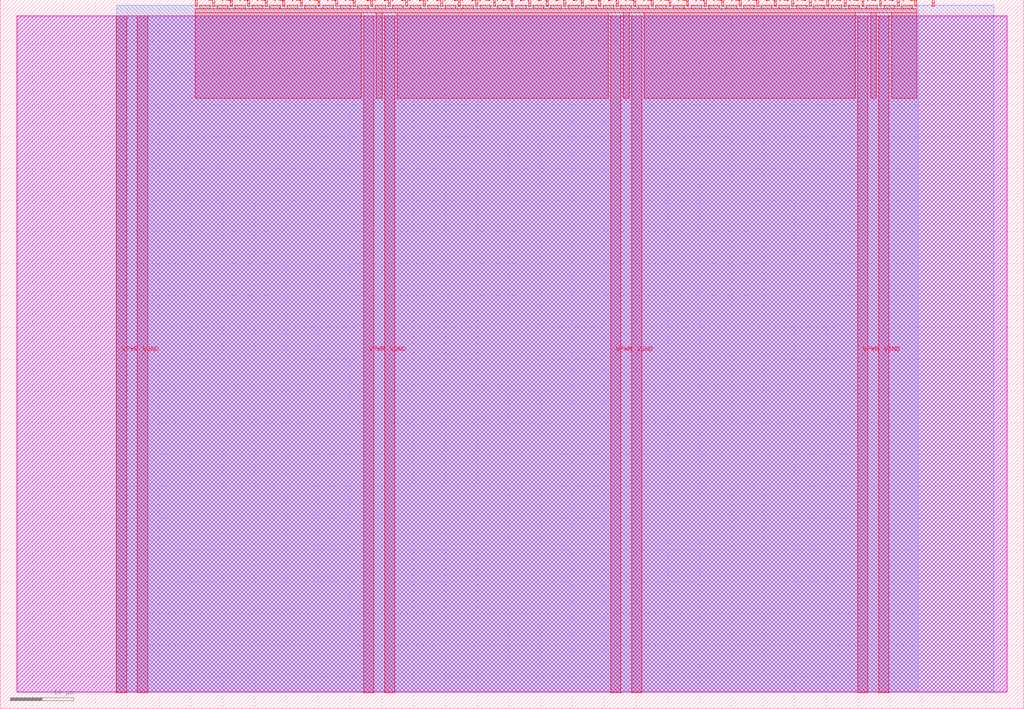
<source format=lef>
VERSION 5.7 ;
  NOWIREEXTENSIONATPIN ON ;
  DIVIDERCHAR "/" ;
  BUSBITCHARS "[]" ;
MACRO tt_um_systolicLif
  CLASS BLOCK ;
  FOREIGN tt_um_systolicLif ;
  ORIGIN 0.000 0.000 ;
  SIZE 161.000 BY 111.520 ;
  PIN VGND
    DIRECTION INOUT ;
    USE GROUND ;
    PORT
      LAYER met4 ;
        RECT 21.580 2.480 23.180 109.040 ;
    END
    PORT
      LAYER met4 ;
        RECT 60.450 2.480 62.050 109.040 ;
    END
    PORT
      LAYER met4 ;
        RECT 99.320 2.480 100.920 109.040 ;
    END
    PORT
      LAYER met4 ;
        RECT 138.190 2.480 139.790 109.040 ;
    END
  END VGND
  PIN VPWR
    DIRECTION INOUT ;
    USE POWER ;
    PORT
      LAYER met4 ;
        RECT 18.280 2.480 19.880 109.040 ;
    END
    PORT
      LAYER met4 ;
        RECT 57.150 2.480 58.750 109.040 ;
    END
    PORT
      LAYER met4 ;
        RECT 96.020 2.480 97.620 109.040 ;
    END
    PORT
      LAYER met4 ;
        RECT 134.890 2.480 136.490 109.040 ;
    END
  END VPWR
  PIN clk
    DIRECTION INPUT ;
    USE SIGNAL ;
    ANTENNAGATEAREA 0.852000 ;
    PORT
      LAYER met4 ;
        RECT 143.830 110.520 144.130 111.520 ;
    END
  END clk
  PIN ena
    DIRECTION INPUT ;
    USE SIGNAL ;
    PORT
      LAYER met4 ;
        RECT 146.590 110.520 146.890 111.520 ;
    END
  END ena
  PIN rst_n
    DIRECTION INPUT ;
    USE SIGNAL ;
    ANTENNAGATEAREA 0.196500 ;
    PORT
      LAYER met4 ;
        RECT 141.070 110.520 141.370 111.520 ;
    END
  END rst_n
  PIN ui_in[0]
    DIRECTION INPUT ;
    USE SIGNAL ;
    ANTENNAGATEAREA 0.159000 ;
    PORT
      LAYER met4 ;
        RECT 138.310 110.520 138.610 111.520 ;
    END
  END ui_in[0]
  PIN ui_in[1]
    DIRECTION INPUT ;
    USE SIGNAL ;
    ANTENNAGATEAREA 0.159000 ;
    PORT
      LAYER met4 ;
        RECT 135.550 110.520 135.850 111.520 ;
    END
  END ui_in[1]
  PIN ui_in[2]
    DIRECTION INPUT ;
    USE SIGNAL ;
    ANTENNAGATEAREA 0.213000 ;
    PORT
      LAYER met4 ;
        RECT 132.790 110.520 133.090 111.520 ;
    END
  END ui_in[2]
  PIN ui_in[3]
    DIRECTION INPUT ;
    USE SIGNAL ;
    ANTENNAGATEAREA 0.196500 ;
    PORT
      LAYER met4 ;
        RECT 130.030 110.520 130.330 111.520 ;
    END
  END ui_in[3]
  PIN ui_in[4]
    DIRECTION INPUT ;
    USE SIGNAL ;
    ANTENNAGATEAREA 0.213000 ;
    PORT
      LAYER met4 ;
        RECT 127.270 110.520 127.570 111.520 ;
    END
  END ui_in[4]
  PIN ui_in[5]
    DIRECTION INPUT ;
    USE SIGNAL ;
    PORT
      LAYER met4 ;
        RECT 124.510 110.520 124.810 111.520 ;
    END
  END ui_in[5]
  PIN ui_in[6]
    DIRECTION INPUT ;
    USE SIGNAL ;
    PORT
      LAYER met4 ;
        RECT 121.750 110.520 122.050 111.520 ;
    END
  END ui_in[6]
  PIN ui_in[7]
    DIRECTION INPUT ;
    USE SIGNAL ;
    PORT
      LAYER met4 ;
        RECT 118.990 110.520 119.290 111.520 ;
    END
  END ui_in[7]
  PIN uio_in[0]
    DIRECTION INPUT ;
    USE SIGNAL ;
    PORT
      LAYER met4 ;
        RECT 116.230 110.520 116.530 111.520 ;
    END
  END uio_in[0]
  PIN uio_in[1]
    DIRECTION INPUT ;
    USE SIGNAL ;
    PORT
      LAYER met4 ;
        RECT 113.470 110.520 113.770 111.520 ;
    END
  END uio_in[1]
  PIN uio_in[2]
    DIRECTION INPUT ;
    USE SIGNAL ;
    PORT
      LAYER met4 ;
        RECT 110.710 110.520 111.010 111.520 ;
    END
  END uio_in[2]
  PIN uio_in[3]
    DIRECTION INPUT ;
    USE SIGNAL ;
    PORT
      LAYER met4 ;
        RECT 107.950 110.520 108.250 111.520 ;
    END
  END uio_in[3]
  PIN uio_in[4]
    DIRECTION INPUT ;
    USE SIGNAL ;
    PORT
      LAYER met4 ;
        RECT 105.190 110.520 105.490 111.520 ;
    END
  END uio_in[4]
  PIN uio_in[5]
    DIRECTION INPUT ;
    USE SIGNAL ;
    PORT
      LAYER met4 ;
        RECT 102.430 110.520 102.730 111.520 ;
    END
  END uio_in[5]
  PIN uio_in[6]
    DIRECTION INPUT ;
    USE SIGNAL ;
    PORT
      LAYER met4 ;
        RECT 99.670 110.520 99.970 111.520 ;
    END
  END uio_in[6]
  PIN uio_in[7]
    DIRECTION INPUT ;
    USE SIGNAL ;
    PORT
      LAYER met4 ;
        RECT 96.910 110.520 97.210 111.520 ;
    END
  END uio_in[7]
  PIN uio_oe[0]
    DIRECTION OUTPUT ;
    USE SIGNAL ;
    PORT
      LAYER met4 ;
        RECT 49.990 110.520 50.290 111.520 ;
    END
  END uio_oe[0]
  PIN uio_oe[1]
    DIRECTION OUTPUT ;
    USE SIGNAL ;
    PORT
      LAYER met4 ;
        RECT 47.230 110.520 47.530 111.520 ;
    END
  END uio_oe[1]
  PIN uio_oe[2]
    DIRECTION OUTPUT ;
    USE SIGNAL ;
    PORT
      LAYER met4 ;
        RECT 44.470 110.520 44.770 111.520 ;
    END
  END uio_oe[2]
  PIN uio_oe[3]
    DIRECTION OUTPUT ;
    USE SIGNAL ;
    PORT
      LAYER met4 ;
        RECT 41.710 110.520 42.010 111.520 ;
    END
  END uio_oe[3]
  PIN uio_oe[4]
    DIRECTION OUTPUT ;
    USE SIGNAL ;
    PORT
      LAYER met4 ;
        RECT 38.950 110.520 39.250 111.520 ;
    END
  END uio_oe[4]
  PIN uio_oe[5]
    DIRECTION OUTPUT ;
    USE SIGNAL ;
    PORT
      LAYER met4 ;
        RECT 36.190 110.520 36.490 111.520 ;
    END
  END uio_oe[5]
  PIN uio_oe[6]
    DIRECTION OUTPUT ;
    USE SIGNAL ;
    PORT
      LAYER met4 ;
        RECT 33.430 110.520 33.730 111.520 ;
    END
  END uio_oe[6]
  PIN uio_oe[7]
    DIRECTION OUTPUT ;
    USE SIGNAL ;
    PORT
      LAYER met4 ;
        RECT 30.670 110.520 30.970 111.520 ;
    END
  END uio_oe[7]
  PIN uio_out[0]
    DIRECTION OUTPUT ;
    USE SIGNAL ;
    PORT
      LAYER met4 ;
        RECT 72.070 110.520 72.370 111.520 ;
    END
  END uio_out[0]
  PIN uio_out[1]
    DIRECTION OUTPUT ;
    USE SIGNAL ;
    PORT
      LAYER met4 ;
        RECT 69.310 110.520 69.610 111.520 ;
    END
  END uio_out[1]
  PIN uio_out[2]
    DIRECTION OUTPUT ;
    USE SIGNAL ;
    PORT
      LAYER met4 ;
        RECT 66.550 110.520 66.850 111.520 ;
    END
  END uio_out[2]
  PIN uio_out[3]
    DIRECTION OUTPUT ;
    USE SIGNAL ;
    PORT
      LAYER met4 ;
        RECT 63.790 110.520 64.090 111.520 ;
    END
  END uio_out[3]
  PIN uio_out[4]
    DIRECTION OUTPUT ;
    USE SIGNAL ;
    PORT
      LAYER met4 ;
        RECT 61.030 110.520 61.330 111.520 ;
    END
  END uio_out[4]
  PIN uio_out[5]
    DIRECTION OUTPUT ;
    USE SIGNAL ;
    PORT
      LAYER met4 ;
        RECT 58.270 110.520 58.570 111.520 ;
    END
  END uio_out[5]
  PIN uio_out[6]
    DIRECTION OUTPUT ;
    USE SIGNAL ;
    PORT
      LAYER met4 ;
        RECT 55.510 110.520 55.810 111.520 ;
    END
  END uio_out[6]
  PIN uio_out[7]
    DIRECTION OUTPUT ;
    USE SIGNAL ;
    PORT
      LAYER met4 ;
        RECT 52.750 110.520 53.050 111.520 ;
    END
  END uio_out[7]
  PIN uo_out[0]
    DIRECTION OUTPUT ;
    USE SIGNAL ;
    PORT
      LAYER met4 ;
        RECT 94.150 110.520 94.450 111.520 ;
    END
  END uo_out[0]
  PIN uo_out[1]
    DIRECTION OUTPUT ;
    USE SIGNAL ;
    PORT
      LAYER met4 ;
        RECT 91.390 110.520 91.690 111.520 ;
    END
  END uo_out[1]
  PIN uo_out[2]
    DIRECTION OUTPUT ;
    USE SIGNAL ;
    PORT
      LAYER met4 ;
        RECT 88.630 110.520 88.930 111.520 ;
    END
  END uo_out[2]
  PIN uo_out[3]
    DIRECTION OUTPUT ;
    USE SIGNAL ;
    PORT
      LAYER met4 ;
        RECT 85.870 110.520 86.170 111.520 ;
    END
  END uo_out[3]
  PIN uo_out[4]
    DIRECTION OUTPUT ;
    USE SIGNAL ;
    ANTENNADIFFAREA 0.445500 ;
    PORT
      LAYER met4 ;
        RECT 83.110 110.520 83.410 111.520 ;
    END
  END uo_out[4]
  PIN uo_out[5]
    DIRECTION OUTPUT ;
    USE SIGNAL ;
    ANTENNADIFFAREA 0.445500 ;
    PORT
      LAYER met4 ;
        RECT 80.350 110.520 80.650 111.520 ;
    END
  END uo_out[5]
  PIN uo_out[6]
    DIRECTION OUTPUT ;
    USE SIGNAL ;
    ANTENNADIFFAREA 0.445500 ;
    PORT
      LAYER met4 ;
        RECT 77.590 110.520 77.890 111.520 ;
    END
  END uo_out[6]
  PIN uo_out[7]
    DIRECTION OUTPUT ;
    USE SIGNAL ;
    ANTENNADIFFAREA 0.445500 ;
    PORT
      LAYER met4 ;
        RECT 74.830 110.520 75.130 111.520 ;
    END
  END uo_out[7]
  OBS
      LAYER nwell ;
        RECT 2.570 2.635 158.430 108.990 ;
      LAYER li1 ;
        RECT 2.760 2.635 158.240 108.885 ;
      LAYER met1 ;
        RECT 2.760 2.480 158.240 109.040 ;
      LAYER met2 ;
        RECT 18.310 2.535 156.300 110.685 ;
      LAYER met3 ;
        RECT 18.290 2.555 144.370 110.665 ;
      LAYER met4 ;
        RECT 31.370 110.120 33.030 110.665 ;
        RECT 34.130 110.120 35.790 110.665 ;
        RECT 36.890 110.120 38.550 110.665 ;
        RECT 39.650 110.120 41.310 110.665 ;
        RECT 42.410 110.120 44.070 110.665 ;
        RECT 45.170 110.120 46.830 110.665 ;
        RECT 47.930 110.120 49.590 110.665 ;
        RECT 50.690 110.120 52.350 110.665 ;
        RECT 53.450 110.120 55.110 110.665 ;
        RECT 56.210 110.120 57.870 110.665 ;
        RECT 58.970 110.120 60.630 110.665 ;
        RECT 61.730 110.120 63.390 110.665 ;
        RECT 64.490 110.120 66.150 110.665 ;
        RECT 67.250 110.120 68.910 110.665 ;
        RECT 70.010 110.120 71.670 110.665 ;
        RECT 72.770 110.120 74.430 110.665 ;
        RECT 75.530 110.120 77.190 110.665 ;
        RECT 78.290 110.120 79.950 110.665 ;
        RECT 81.050 110.120 82.710 110.665 ;
        RECT 83.810 110.120 85.470 110.665 ;
        RECT 86.570 110.120 88.230 110.665 ;
        RECT 89.330 110.120 90.990 110.665 ;
        RECT 92.090 110.120 93.750 110.665 ;
        RECT 94.850 110.120 96.510 110.665 ;
        RECT 97.610 110.120 99.270 110.665 ;
        RECT 100.370 110.120 102.030 110.665 ;
        RECT 103.130 110.120 104.790 110.665 ;
        RECT 105.890 110.120 107.550 110.665 ;
        RECT 108.650 110.120 110.310 110.665 ;
        RECT 111.410 110.120 113.070 110.665 ;
        RECT 114.170 110.120 115.830 110.665 ;
        RECT 116.930 110.120 118.590 110.665 ;
        RECT 119.690 110.120 121.350 110.665 ;
        RECT 122.450 110.120 124.110 110.665 ;
        RECT 125.210 110.120 126.870 110.665 ;
        RECT 127.970 110.120 129.630 110.665 ;
        RECT 130.730 110.120 132.390 110.665 ;
        RECT 133.490 110.120 135.150 110.665 ;
        RECT 136.250 110.120 137.910 110.665 ;
        RECT 139.010 110.120 140.670 110.665 ;
        RECT 141.770 110.120 143.430 110.665 ;
        RECT 30.655 109.440 144.145 110.120 ;
        RECT 30.655 96.055 56.750 109.440 ;
        RECT 59.150 96.055 60.050 109.440 ;
        RECT 62.450 96.055 95.620 109.440 ;
        RECT 98.020 96.055 98.920 109.440 ;
        RECT 101.320 96.055 134.490 109.440 ;
        RECT 136.890 96.055 137.790 109.440 ;
        RECT 140.190 96.055 144.145 109.440 ;
  END
END tt_um_systolicLif
END LIBRARY


</source>
